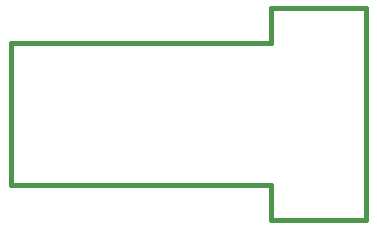
<source format=gko>
%FSLAX33Y33*%
%MOMM*%
%ADD10C,0.381*%
D10*
%LNpath-0*%
G01*
X0Y4000D02*
X22000Y4000D01*
X22000Y1000*
X30000Y1000*
X30000Y19000*
X22000Y19000*
X22000Y16000*
X0Y16000*
X0Y4000*
%LNmechanical details_traces*%
M02*
</source>
